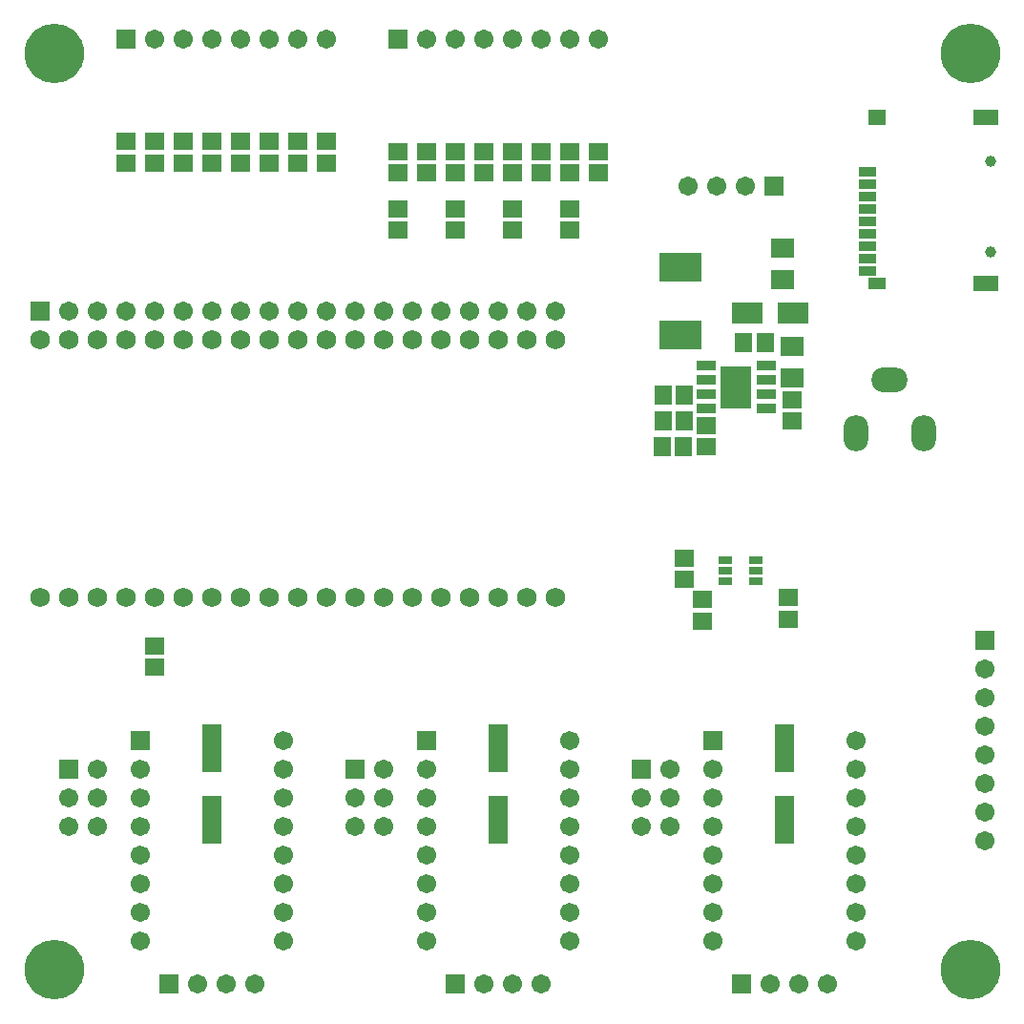
<source format=gbr>
G04 DipTrace 3.3.1.3*
G04 TopMask.gbr*
%MOIN*%
G04 #@! TF.FileFunction,Soldermask,Top*
G04 #@! TF.Part,Single*
%ADD52C,0.03937*%
%ADD59R,0.051307X0.031622*%
%ADD61R,0.11115X0.146189*%
%ADD63R,0.070992X0.032016*%
%ADD65C,0.067*%
%ADD67R,0.067X0.067*%
%ADD69C,0.068*%
%ADD71C,0.208*%
%ADD73R,0.145795X0.10052*%
%ADD75R,0.063118X0.039496*%
%ADD77R,0.063118X0.055244*%
%ADD79R,0.08674X0.055244*%
%ADD81R,0.059181X0.035559*%
%ADD83O,0.12611X0.08674*%
%ADD85O,0.08674X0.12611*%
%ADD87C,0.067055*%
%ADD89R,0.067055X0.067055*%
%ADD91R,0.106425X0.074929*%
%ADD93R,0.078866X0.070992*%
%ADD95R,0.059181X0.067055*%
%ADD97R,0.067055X0.059181*%
%ADD99R,0.070992X0.171386*%
%FSLAX26Y26*%
G04*
G70*
G90*
G75*
G01*
G04 TopMask*
%LPD*%
D99*
X1093700Y1068700D3*
Y1316731D3*
D97*
X1843700Y3326180D3*
Y3400983D3*
X2043700Y3326180D3*
Y3400983D3*
X2243700Y3326180D3*
Y3400983D3*
X2443700Y3326180D3*
Y3400983D3*
D99*
X2093700Y1068700D3*
Y1316731D3*
D97*
X893700Y3361417D3*
Y3436220D3*
X1093700Y3361417D3*
Y3436220D3*
X1293700Y3361417D3*
Y3436220D3*
X1493700Y3361417D3*
Y3436220D3*
D99*
X3093700Y1068700D3*
Y1316731D3*
D95*
X2952700Y2733700D3*
X3027503D3*
D93*
X3121700Y2720700D3*
Y2610464D3*
D95*
X2744700Y2551700D3*
X2669897D3*
D93*
X3088466Y2953721D3*
Y3063957D3*
D97*
X2806200Y1837449D3*
Y1762646D3*
X3106200Y1843700D3*
Y1768897D3*
D91*
X2965700Y2837700D3*
X3123180D3*
D89*
X3056201Y3281200D3*
D87*
X2956201D3*
X2856201D3*
X2756201D3*
D89*
X1743700Y3793700D3*
D87*
X1843700D3*
X1943700D3*
X2043700D3*
X2143700D3*
X2243700D3*
X2343700D3*
X2443700D3*
D89*
X943700Y493700D3*
D87*
X1043700D3*
X1143700D3*
X1243700D3*
D89*
X493700Y2843700D3*
D87*
X593700D3*
X693700D3*
X793700D3*
X893700D3*
X993700D3*
X1093700D3*
X1193700D3*
X1293700D3*
X1393700D3*
X1493700D3*
X1593700D3*
X1693700D3*
X1793700D3*
X1893700D3*
X1993700D3*
X2093700D3*
X2193700D3*
X2293700D3*
D89*
X1943700Y493700D3*
D87*
X2043700D3*
X2143700D3*
X2243700D3*
D89*
X793700Y3793700D3*
D87*
X893700D3*
X993700D3*
X1093700D3*
X1193700D3*
X1293700D3*
X1393700D3*
X1493700D3*
D89*
X2943700Y493700D3*
D87*
X3043700D3*
X3143700D3*
X3243700D3*
D89*
X3793700Y1693700D3*
D87*
Y1593700D3*
Y1493700D3*
Y1393700D3*
Y1293700D3*
Y1193700D3*
Y1093700D3*
Y993700D3*
D85*
X3343700Y2418700D3*
X3579920D3*
D83*
X3461810Y2603739D3*
D81*
X3383700Y3331700D3*
Y3288393D3*
Y3245086D3*
Y3201779D3*
Y3158472D3*
Y3115165D3*
Y3071857D3*
Y3028550D3*
Y2985243D3*
D79*
X3799054Y3519889D3*
D77*
X3417165D3*
D75*
Y2941936D3*
D79*
X3799054D3*
D52*
X3814802Y3052566D3*
Y3367527D3*
D89*
X593700Y1243700D3*
D87*
X693700D3*
X593700Y1143700D3*
X693700D3*
X593700Y1043700D3*
X693700D3*
D89*
X1593700Y1243700D3*
D87*
X1693700D3*
X1593700Y1143700D3*
X1693700D3*
X1593700Y1043700D3*
X1693700D3*
D89*
X2593700Y1243700D3*
D87*
X2693700D3*
X2593700Y1143700D3*
X2693700D3*
X2593700Y1043700D3*
X2693700D3*
D73*
X2732254Y2759991D3*
Y2998180D3*
D71*
X543700Y543700D3*
X3743700D3*
Y3743700D3*
X543700D3*
D97*
X1743700Y3200983D3*
Y3126180D3*
X1943700Y3200983D3*
Y3126180D3*
X2143700Y3200983D3*
Y3126180D3*
X2343700Y3200983D3*
Y3126180D3*
X3121700Y2460700D3*
Y2535503D3*
X1743700Y3400983D3*
Y3326180D3*
X1943700Y3400983D3*
Y3326180D3*
X2143700Y3400983D3*
Y3326180D3*
X2343700Y3400983D3*
Y3326180D3*
X793700Y3436220D3*
Y3361417D3*
X993700Y3436220D3*
Y3361417D3*
X1193700Y3436220D3*
Y3361417D3*
X1393700Y3436220D3*
Y3361417D3*
D95*
X2744700Y2460700D3*
X2669897D3*
X2666700Y2369700D3*
X2741503D3*
D97*
X2822700D3*
Y2444503D3*
X2743700Y1906200D3*
Y1981003D3*
X893700Y1599951D3*
Y1674754D3*
D69*
X493700Y2743700D3*
X593700D3*
X693700D3*
X793700D3*
X893700D3*
X993700D3*
X1093700D3*
X1193700D3*
X1293700D3*
X1393700D3*
X1493700D3*
X1593700D3*
X1693700D3*
X1793700D3*
X1893700D3*
X1993700D3*
X2093700D3*
X2193700D3*
X2293700D3*
X493700Y1843700D3*
X593700D3*
X693700D3*
X793700D3*
X893700D3*
X993700D3*
X1093700D3*
X1193700D3*
X1293700D3*
X1393700D3*
X1493700D3*
X1593700D3*
X1693700D3*
X1793700D3*
X1893700D3*
X1993700D3*
X2093700D3*
X2193700D3*
X2293700D3*
D67*
X843700Y1343700D3*
D65*
Y1243700D3*
Y1143700D3*
Y1043700D3*
Y943700D3*
Y843700D3*
Y743700D3*
Y643700D3*
X1343700D3*
Y743700D3*
Y843700D3*
Y943700D3*
Y1043700D3*
Y1143700D3*
Y1243700D3*
Y1343700D3*
D67*
X1843700D3*
D65*
Y1243700D3*
Y1143700D3*
Y1043700D3*
Y943700D3*
Y843700D3*
Y743700D3*
Y643700D3*
X2343700D3*
Y743700D3*
Y843700D3*
Y943700D3*
Y1043700D3*
Y1143700D3*
Y1243700D3*
Y1343700D3*
D67*
X2843700D3*
D65*
Y1243700D3*
Y1143700D3*
Y1043700D3*
Y943700D3*
Y843700D3*
Y743700D3*
Y643700D3*
X3343700D3*
Y743700D3*
Y843700D3*
Y943700D3*
Y1043700D3*
Y1143700D3*
Y1243700D3*
Y1343700D3*
D63*
X2819745Y2653752D3*
Y2603752D3*
Y2553752D3*
Y2503752D3*
X3032343D3*
Y2553752D3*
Y2603752D3*
Y2653752D3*
D61*
X2926044Y2578752D3*
D59*
X2993700Y1899949D3*
Y1937351D3*
Y1974752D3*
X2887401D3*
Y1937351D3*
Y1899949D3*
M02*

</source>
